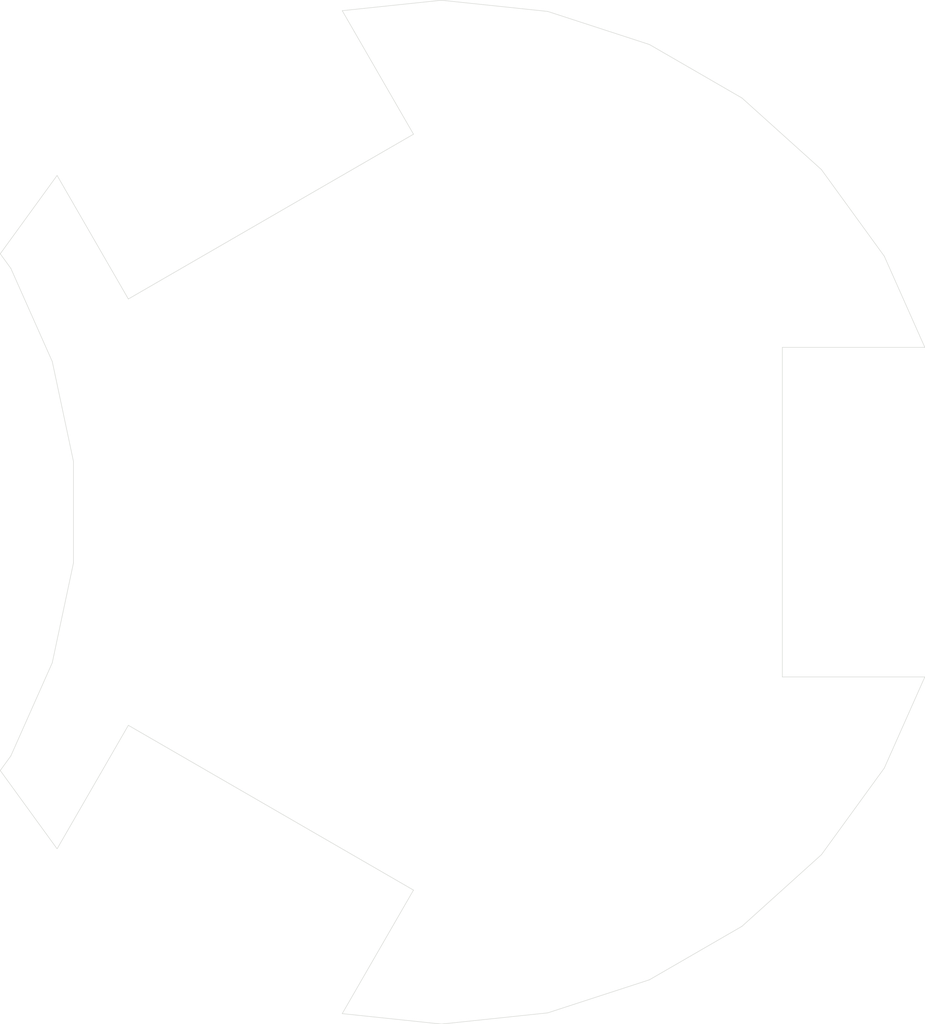
<source format=kicad_pcb>
(kicad_pcb (version 20221018) (generator pcbnew)

  (general
    (thickness 1.6)
  )

  (paper "A4")
  (layers
    (0 "F.Cu" signal)
    (31 "B.Cu" signal)
    (32 "B.Adhes" user "B.Adhesive")
    (33 "F.Adhes" user "F.Adhesive")
    (34 "B.Paste" user)
    (35 "F.Paste" user)
    (36 "B.SilkS" user "B.Silkscreen")
    (37 "F.SilkS" user "F.Silkscreen")
    (38 "B.Mask" user)
    (39 "F.Mask" user)
    (40 "Dwgs.User" user "User.Drawings")
    (41 "Cmts.User" user "User.Comments")
    (42 "Eco1.User" user "User.Eco1")
    (43 "Eco2.User" user "User.Eco2")
    (44 "Edge.Cuts" user)
    (45 "Margin" user)
    (46 "B.CrtYd" user "B.Courtyard")
    (47 "F.CrtYd" user "F.Courtyard")
    (48 "B.Fab" user)
    (49 "F.Fab" user)
  )

  (setup
    (pad_to_mask_clearance 0.2)
    (grid_origin 150.01875 104.775)
    (pcbplotparams
      (layerselection 0x0000030_80000001)
      (plot_on_all_layers_selection 0x0000000_00000000)
      (disableapertmacros false)
      (usegerberextensions false)
      (usegerberattributes true)
      (usegerberadvancedattributes true)
      (creategerberjobfile true)
      (dashed_line_dash_ratio 12.000000)
      (dashed_line_gap_ratio 3.000000)
      (svgprecision 4)
      (plotframeref false)
      (viasonmask false)
      (mode 1)
      (useauxorigin false)
      (hpglpennumber 1)
      (hpglpenspeed 20)
      (hpglpendiameter 15.000000)
      (dxfpolygonmode true)
      (dxfimperialunits true)
      (dxfusepcbnewfont true)
      (psnegative false)
      (psa4output false)
      (plotreference true)
      (plotvalue true)
      (plotinvisibletext false)
      (sketchpadsonfab false)
      (subtractmaskfromsilk false)
      (outputformat 1)
      (mirror false)
      (drillshape 1)
      (scaleselection 1)
      (outputdirectory "")
    )
  )

  (net 0 "")

  (gr_line (start 98.017302 148.093416) (end 98.017574 146.343888)
    (stroke (width 0.1) (type solid)) (layer "Dwgs.User") (tstamp 00b083b7-7458-476b-af33-084fc3bb01aa))
  (gr_line (start 101.049201 63.206819) (end 99.533656 64.081819)
    (stroke (width 0.1) (type solid)) (layer "Dwgs.User") (tstamp 01afd06d-9503-49ee-a962-1a1ffc9515b9))
  (gr_line (start 240.951667 52.275) (end 249.277373 70.975545)
    (stroke (width 0.1) (type solid)) (layer "Dwgs.User") (tstamp 03816002-6576-4a73-851f-c8999e84898a))
  (gr_line (start 138.504799 41.581819) (end 136.989027 40.706425)
    (stroke (width 0.1) (type solid)) (layer "Dwgs.User") (tstamp 04a1e1c5-5772-405c-944e-a311febb6ab0))
  (gr_line (start 171.849574 207.480663) (end 150.019166 209.775288)
    (stroke (width 0.1) (type solid)) (layer "Dwgs.User") (tstamp 0582ee63-bf14-4cd5-89f4-08e25801e8bd))
  (gr_line (start 85.746979 148.496594) (end 71.118627 173.835545)
    (stroke (width 0.1) (type solid)) (layer "Dwgs.User") (tstamp 064823ed-e037-4b69-b423-c8cb5ceec7b4))
  (gr_line (start 198.143121 19.568423) (end 199.748427 20.494893)
    (stroke (width 0.1) (type solid)) (layer "Dwgs.User") (tstamp 06888b4e-4cbc-4f34-a6b4-824eec37bd26))
  (gr_line (start 98.017656 61.45603) (end 99.533201 60.58103)
    (stroke (width 0.1) (type solid)) (layer "Dwgs.User") (tstamp 07b46343-8ec1-42ad-9c37-946ae2358454))
  (gr_line (start 196.298656 189.787716) (end 194.920924 188.547413)
    (stroke (width 0.1) (type solid)) (layer "Dwgs.User") (tstamp 08679391-9aed-4c11-9a01-95cfc55f97d2))
  (gr_line (start 98.017574 146.343888) (end 99.533118 145.468888)
    (stroke (width 0.1) (type solid)) (layer "Dwgs.User") (tstamp 089c7867-ec13-4000-ba72-4d9d943084c8))
  (gr_line (start 156.770344 69.718671) (end 155.254799 70.593671)
    (stroke (width 0.1) (type solid)) (layer "Dwgs.User") (tstamp 08bd2019-4e10-4f7d-8699-1c291a9b6613))
  (gr_line (start 82.165779 105.701775) (end 82.166085 103.848304)
    (stroke (width 0.1) (type solid)) (layer "Dwgs.User") (tstamp 08bfda4b-3ec6-4829-9948-793b04367837))
  (gr_line (start 153.739027 69.718276) (end 153.738799 67.967881)
    (stroke (width 0.1) (type solid)) (layer "Dwgs.User") (tstamp 0b6599ce-ec70-4ade-bbf3-679db9550314))
  (gr_line (start 98.017574 146.343888) (end 101.048618 148.093811)
    (stroke (width 0.1) (type solid)) (layer "Dwgs.User") (tstamp 0bc6dfe0-2f5c-4f79-b54d-bc5a8ab89137))
  (gr_line (start 178.519297 80.524962) (end 178.519253 84.024885)
    (stroke (width 0.1) (type solid)) (layer "Dwgs.User") (tstamp 0ea68ded-aea0-488b-a4e6-1b2a654b688d))
  (gr_line (start 140.01969 170.593687) (end 138.504146 171.468687)
    (stroke (width 0.1) (type solid)) (layer "Dwgs.User") (tstamp 1051d90d-5baa-4fcd-9081-86ed4c87aed0))
  (gr_line (start 178.519225 125.524839) (end 178.519181 129.024762)
    (stroke (width 0.1) (type solid)) (layer "Dwgs.User") (tstamp 10e84faa-e745-4bc5-8531-59ed2e018348))
  (gr_line (start 155.254319 138.956839) (end 156.770091 139.832233)
    (stroke (width 0.1) (type solid)) (layer "Dwgs.User") (tstamp 13bfd83a-325d-483b-a0f4-4a2332ec742a))
  (gr_line (start 178.519181 129.024762) (end 177.003909 128.150233)
    (stroke (width 0.1) (type solid)) (layer "Dwgs.User") (tstamp 17587389-bbab-4aa8-b079-968b3d450c0a))
  (gr_line (start 180.034683 82.274688) (end 177.003616 82.274727)
    (stroke (width 0.1) (type solid)) (layer "Dwgs.User") (tstamp 1cc540ff-da60-4966-894a-d5af98b99b28))
  (gr_line (start 139.26223 38.518728) (end 137.746913 41.144122)
    (stroke (width 0.1) (type solid)) (layer "Dwgs.User") (tstamp 1ef717b5-8f15-48f4-bc39-9afd9724047f))
  (gr_line (start 98.017884 63.206425) (end 98.017656 61.45603)
    (stroke (width 0.1) (type solid)) (layer "Dwgs.User") (tstamp 1ef7c457-bf51-4fbf-a4f4-66277624724d))
  (gr_line (start 177.003681 126.399839) (end 178.519225 125.524839)
    (stroke (width 0.1) (type solid)) (layer "Dwgs.User") (tstamp 1f917191-1dca-473b-b6b3-b8ffa0e36c3d))
  (gr_line (start 156.770116 67.968276) (end 156.770344 69.718671)
    (stroke (width 0.1) (type solid)) (layer "Dwgs.User") (tstamp 1fca291a-0be1-4f60-8df5-009beb9838da))
  (gr_line (start 86.78263 107.202394) (end 85.01866 107.775108)
    (stroke (width 0.1) (type solid)) (layer "Dwgs.User") (tstamp 1ff9ed31-749f-4a34-ba4f-9aa60f1741bb))
  (gr_line (start 153.738799 67.967881) (end 156.770344 69.718671)
    (stroke (width 0.1) (type solid)) (layer "Dwgs.User") (tstamp 2092739f-a845-40c2-b001-03dadfff5f9e))
  (gr_line (start 210.503882 81.399888) (end 212.019426 80.524888)
    (stroke (width 0.1) (type solid)) (layer "Dwgs.User") (tstamp 21592c3d-adc1-48e5-a732-053392cd04e2))
  (gr_line (start 116.283656 93.093671) (end 114.767884 92.218276)
    (stroke (width 0.1) (type solid)) (layer "Dwgs.User") (tstamp 217799e7-25c2-43e5-b999-5f29f9a4208b))
  (gr_line (start 177.003753 81.399962) (end 178.519297 80.524962)
    (stroke (width 0.1) (type solid)) (layer "Dwgs.User") (tstamp 22a10e40-335b-4437-a7f0-6f140049fee7))
  (gr_line (start 213.534854 128.149687) (end 212.01931 129.024687)
    (stroke (width 0.1) (type solid)) (layer "Dwgs.User") (tstamp 23e3ca74-2b9d-4c3c-9ea0-bab26a99db60))
  (gr_line (start 153.738799 67.967881) (end 155.254344 67.092881)
    (stroke (width 0.1) (type solid)) (layer "Dwgs.User") (tstamp 25f7ea2a-20c8-4f40-8884-5d0590c86fa8))
  (gr_line (start 210.504038 128.150159) (end 210.50381 126.399764)
    (stroke (width 0.1) (type solid)) (layer "Dwgs.User") (tstamp 29734117-a631-4ef0-ae52-44ba7f38bbb1))
  (gr_line (start 129.661786 207.63527) (end 144.290637 182.297185)
    (stroke (width 0.1) (type solid)) (layer "Dwgs.User") (tstamp 2a5587ce-f1ef-47b2-9177-3eaaaeed0963))
  (gr_line (start 117.798747 119.081885) (end 116.283203 119.956885)
    (stroke (width 0.1) (type solid)) (layer "Dwgs.User") (tstamp 2bbe7d02-46d7-4ab8-8d7b-0c2f7e99b85e))
  (gr_line (start 116.283201 89.592881) (end 117.798973 90.468276)
    (stroke (width 0.1) (type solid)) (layer "Dwgs.User") (tstamp 2c9d99b4-63ff-40ab-b55e-0681a771a8ed))
  (gr_line (start 85.01866 107.775108) (end 83.255788 107.201725)
    (stroke (width 0.1) (type solid)) (layer "Dwgs.User") (tstamp 2dfd7160-bf65-41e1-ac40-4f1a1ac81a21))
  (gr_line (start 194.920604 21.002859) (end 196.298574 19.761574)
    (stroke (width 0.1) (type solid)) (layer "Dwgs.User") (tstamp 2f9d91f1-175b-4011-951c-555022169af3))
  (gr_line (start 136.988799 38.95603) (end 140.020344 40.706819)
    (stroke (width 0.1) (type solid)) (layer "Dwgs.User") (tstamp 31f28906-d2d2-46b0-b758-7698047f0b83))
  (gr_line (start 195.289723 24.510193) (end 194.535732 22.816242)
    (stroke (width 0.1) (type solid)) (layer "Dwgs.User") (tstamp 345fb64b-9d48-49c3-9eee-0b5dc0a78bba))
  (gr_line (start 249.277214 138.57527) (end 240.951834 157.275288)
    (stroke (width 0.1) (type solid)) (layer "Dwgs.User") (tstamp 35909125-4763-4844-85cd-6a761e65bebf))
  (gr_line (start 177.003909 128.150233) (end 177.003681 126.399839)
    (stroke (width 0.1) (type solid)) (layer "Dwgs.User") (tstamp 361c9f15-a327-4304-8729-abe425dac50f))
  (gr_line (start 138.50419 167.968764) (end 140.019962 168.844159)
    (stroke (width 0.1) (type solid)) (layer "Dwgs.User") (tstamp 3627cf78-b85f-427d-b0c7-b08b8c0bdd04))
  (gr_line (start 117.040884 116.894227) (end 115.525317 119.519188)
    (stroke (width 0.1) (type solid)) (layer "Dwgs.User") (tstamp 375c3555-2d1c-4878-ad68-9772f440ffd3))
  (gr_line (start 114.767703 117.331962) (end 116.283247 116.456962)
    (stroke (width 0.1) (type solid)) (layer "Dwgs.User") (tstamp 38ea3c62-3c01-474b-a6da-32046c5c11a1))
  (gr_line (start 240.951834 157.275288) (end 228.049426 175.033663)
    (stroke (width 0.1) (type solid)) (layer "Dwgs.User") (tstamp 3b9c451a-1d54-4f6a-927d-867f0091f9a0))
  (gr_line (start 220.019363 138.575185) (end 249.277214 138.57527)
    (stroke (width 0.1) (type solid)) (layer "Dwgs.User") (tstamp 3bc89f2b-4ab7-404c-825e-1ceb72a99959))
  (gr_line (start 74.471207 115.228384) (end 74.471271 94.322494)
    (stroke (width 0.1) (type solid)) (layer "Dwgs.User") (tstamp 3d30d18f-8988-4840-9c72-0245ed83e6fd))
  (gr_line (start 138.504344 38.08103) (end 140.020116 38.956425)
    (stroke (width 0.1) (type solid)) (layer "Dwgs.User") (tstamp 3f3f5d0c-5983-4b9f-ae47-ab310820740a))
  (gr_line (start 210.503609 83.149416) (end 210.503882 81.399888)
    (stroke (width 0.1) (type solid)) (layer "Dwgs.User") (tstamp 425255c5-2599-48d2-b42c-051b62a45a0b))
  (gr_line (start 117.041087 90.030579) (end 115.52577 92.655973)
    (stroke (width 0.1) (type solid)) (layer "Dwgs.User") (tstamp 43be8041-156f-4939-a431-dbd25f5edad3))
  (gr_line (start 136.989027 40.706425) (end 136.988799 38.95603)
    (stroke (width 0.1) (type solid)) (layer "Dwgs.User") (tstamp 473df5a9-4097-454a-9ac5-862ec22177d7))
  (gr_line (start 194.535656 186.734111) (end 200.502344 187.360716)
    (stroke (width 0.1) (type solid)) (layer "Dwgs.User") (tstamp 48c16289-a1d2-4c0c-9dee-e705bf4e40af))
  (gr_line (start 200.309549 23.095786) (end 194.728168 21.909551)
    (stroke (width 0.1) (type solid)) (layer "Dwgs.User") (tstamp 48db0ff2-a954-4053-babf-359e4d7aa4bb))
  (gr_line (start 178.519225 125.524839) (end 180.034998 126.400233)
    (stroke (width 0.1) (type solid)) (layer "Dwgs.User") (tstamp 48e6898c-5715-4c8e-959e-72331dabcdda))
  (gr_line (start 155.254275 142.456762) (end 153.739002 141.582233)
    (stroke (width 0.1) (type solid)) (layer "Dwgs.User") (tstamp 48f1e905-1680-4994-9ba5-c415b2b3630f))
  (gr_line (start 156.012205 139.394536) (end 154.496638 142.019497)
    (stroke (width 0.1) (type solid)) (layer "Dwgs.User") (tstamp 4a2340e7-0f0a-434e-98da-30745c7c9fcc))
  (gr_line (start 136.988873 170.594159) (end 136.988646 168.843764)
    (stroke (width 0.1) (type solid)) (layer "Dwgs.User") (tstamp 4ae909c5-bb56-4641-ab4a-194d4a31624f))
  (gr_line (start 178.519297 80.524962) (end 180.034569 81.399491)
    (stroke (width 0.1) (type solid)) (layer "Dwgs.User") (tstamp 4b2869c5-ea32-433f-bab3-8fd07bcc9142))
  (gr_line (start 99.533656 64.081819) (end 98.017884 63.206425)
    (stroke (width 0.1) (type solid)) (layer "Dwgs.User") (tstamp 4b824f59-31dd-487d-8cea-e63cb1ccaac4))
  (gr_line (start 198.142694 189.981684) (end 196.298656 189.787716)
    (stroke (width 0.1) (type solid)) (layer "Dwgs.User") (tstamp 4c4a1001-d4a2-4abb-bb5f-b5df8dc06021))
  (gr_line (start 212.019426 80.524888) (end 213.534698 81.399416)
    (stroke (width 0.1) (type solid)) (layer "Dwgs.User") (tstamp 4dcc1be3-39ed-454b-90b6-20150f1b8ea8))
  (gr_line (start 180.034569 81.399491) (end 180.034797 83.149885)
    (stroke (width 0.1) (type solid)) (layer "Dwgs.User") (tstamp 50db9cdd-6d36-4329-b4b0-e6e0921dbbe0))
  (gr_line (start 138.50419 167.968764) (end 138.504146 171.468687)
    (stroke (width 0.1) (type solid)) (layer "Dwgs.User") (tstamp 54c07b29-003f-4562-ad38-76700c040d53))
  (gr_line (start 198.739344 184.307111) (end 200.117076 185.547413)
    (stroke (width 0.1) (type solid)) (layer "Dwgs.User") (tstamp 550e1cd9-1918-457a-a90d-057608c5fd0f))
  (gr_line (start 70.124744 135.676089) (end 74.471207 115.228384)
    (stroke (width 0.1) (type solid)) (layer "Dwgs.User") (tstamp 5515fb3b-44ea-42d2-b4e8-2b316ff704b7))
  (gr_line (start 114.767884 92.218276) (end 114.767656 90.467881)
    (stroke (width 0.1) (type solid)) (layer "Dwgs.User") (tstamp 55d0360a-9dd5-4f17-91b5-b6b1f21774a8))
  (gr_line (start 71.118341 35.71505) (end 85.747341 61.053222)
    (stroke (width 0.1) (type solid)) (layer "Dwgs.User") (tstamp 5895752a-0542-4464-8167-07faeb64e435))
  (gr_line (start 114.767431 119.081491) (end 114.767703 117.331962)
    (stroke (width 0.1) (type solid)) (layer "Dwgs.User") (tstamp 5a2e01e1-f097-4a42-a457-d3a698023808))
  (gr_line (start 150.018834 -0.225288) (end 171.850079 2.069538)
    (stroke (width 0.1) (type solid)) (layer "Dwgs.User") (tstamp 5c51991d-13bd-4000-94f9-c86e55ae05b2))
  (gr_line (start 61.621926 54.774777) (end 59.446275 51.780438)
    (stroke (width 0.1) (type solid)) (layer "Dwgs.User") (tstamp 5d4ae736-2d2e-4fe1-94d7-85cc6f668cb1))
  (gr_line (start 129.661659 1.91505) (end 150.018834 -0.225288)
    (stroke (width 0.1) (type solid)) (layer "Dwgs.User") (tstamp 5de8b0fc-9308-4d94-9ca1-b956c322eedd))
  (gr_line (start 140.019826 169.718923) (end 136.988759 169.718961)
    (stroke (width 0.1) (type solid)) (layer "Dwgs.User") (tstamp 5f66d835-83d4-4ecf-956b-10d8a654df45))
  (gr_line (start 99.533074 148.968811) (end 98.017302 148.093416)
    (stroke (width 0.1) (type solid)) (layer "Dwgs.User") (tstamp 61dab055-6ddb-4bbf-9b65-64a54b4019f7))
  (gr_line (start 136.988799 38.95603) (end 138.504344 38.08103)
    (stroke (width 0.1) (type solid)) (layer "Dwgs.User") (tstamp 625ab068-d735-469c-8d7d-76cb43a7a755))
  (gr_line (start 200.11668 24.002727) (end 198.739576 25.243513)
    (stroke (width 0.1) (type solid)) (layer "Dwgs.User") (tstamp 62dcb877-bebf-490c-92c8-c41e191c13d4))
  (gr_line (start 74.471271 94.322494) (end 70.124295 73.873311)
    (stroke (width 0.1) (type solid)) (layer "Dwgs.User") (tstamp 65036f20-c188-481a-bd48-635d7d164bd5))
  (gr_line (start 101.048618 148.093811) (end 99.533074 148.968811)
    (stroke (width 0.1) (type solid)) (layer "Dwgs.User") (tstamp 6666fd40-1250-4e1b-baac-9b5d8d8f8138))
  (gr_line (start 100.291087 61.018728) (end 98.77577 63.644122)
    (stroke (width 0.1) (type solid)) (layer "Dwgs.User") (tstamp 68644e73-965e-4efb-abb2-8b3b147b3aa2))
  (gr_line (start 199.748427 20.494893) (end 200.502418 22.188844)
    (stroke (width 0.1) (type solid)) (layer "Dwgs.User") (tstamp 68733967-7eba-4636-9289-daa3fceddf9c))
  (gr_line (start 61.622156 154.775175) (end 70.124744 135.676089)
    (stroke (width 0.1) (type solid)) (layer "Dwgs.User") (tstamp 69c489ac-96ec-4f80-9d72-d70906e4d885))
  (gr_line (start 98.017656 61.45603) (end 101.049201 63.206819)
    (stroke (width 0.1) (type solid)) (layer "Dwgs.User") (tstamp 6ad3e7e9-0f38-495c-99ec-92a26b9472e1))
  (gr_line (start 212.01931 129.024687) (end 210.504038 128.150159)
    (stroke (width 0.1) (type solid)) (layer "Dwgs.User") (tstamp 6bf3be28-286e-4288-a458-4ef5bfb67c78))
  (gr_line (start 213.534926 83.149811) (end 212.019382 84.024811)
    (stroke (width 0.1) (type solid)) (layer "Dwgs.User") (tstamp 6bfab50c-069f-41c2-97ec-a7c1c2e8a602))
  (gr_line (start 116.283203 119.956885) (end 114.767431 119.081491)
    (stroke (width 0.1) (type solid)) (layer "Dwgs.User") (tstamp 6e534e80-a99c-4cb9-8c68-563283ee09b7))
  (gr_line (start 136.988646 168.843764) (end 138.50419 167.968764)
    (stroke (width 0.1) (type solid)) (layer "Dwgs.User") (tstamp 6fd0ee31-bcb5-4fd9-8c58-c7af79cb483a))
  (gr_line (start 99.533201 60.58103) (end 101.048973 61.456425)
    (stroke (width 0.1) (type solid)) (layer "Dwgs.User") (tstamp 702a34b4-abc6-4e29-93bb-b9d7976d2d2f))
  (gr_line (start 100.290755 145.906152) (end 98.775188 148.531114)
    (stroke (width 0.1) (type solid)) (layer "Dwgs.User") (tstamp 7528db3c-1d4a-4dde-9a99-aae0c9a9e0d4))
  (gr_line (start 144.290637 182.297185) (end 85.746979 148.496594)
    (stroke (width 0.1) (type solid)) (layer "Dwgs.User") (tstamp 7717bad1-4116-4ea3-9c8b-769243353f35))
  (gr_line (start 85.018736 101.77524) (end 85.01866 107.775108)
    (stroke (width 0.1) (type solid)) (layer "Dwgs.User") (tstamp 79eb43fb-b0e3-4cb1-bc98-2130b8f38a53))
  (gr_line (start 59.445758 157.769543) (end 61.622156 154.775175)
    (stroke (width 0.1) (type solid)) (layer "Dwgs.User") (tstamp 7ca45dae-74a0-49f9-bff5-c7ec4dc04490))
  (gr_line (start 194.535656 186.734111) (end 195.289694 185.040143)
    (stroke (width 0.1) (type solid)) (layer "Dwgs.User") (tstamp 7db84368-86ab-4e4e-b675-12c5dd246bbe))
  (gr_line (start 85.018736 101.77524) (end 86.782474 102.348123)
    (stroke (width 0.1) (type solid)) (layer "Dwgs.User") (tstamp 7e8db2e5-7090-4f7e-9bb1-26f5776b918f))
  (gr_line (start 200.502344 187.360716) (end 199.748306 189.054684)
    (stroke (width 0.1) (type solid)) (layer "Dwgs.User") (tstamp 7ff230ea-dc54-4d00-83ed-fd33059737e0))
  (gr_line (start 85.747341 61.053222) (end 144.290659 27.253222)
    (stroke (width 0.1) (type solid)) (layer "Dwgs.User") (tstamp 80fac256-b761-46aa-8029-e354ea6caa8b))
  (gr_line (start 140.020116 38.956425) (end 140.020344 40.706819)
    (stroke (width 0.1) (type solid)) (layer "Dwgs.User") (tstamp 81edd97d-7b4e-4fab-8e3f-af129c9f0b87))
  (gr_line (start 177.00348 83.149491) (end 177.003753 81.399962)
    (stroke (width 0.1) (type solid)) (layer "Dwgs.User") (tstamp 8600eecb-d6b0-4c48-8518-3ff1228f151a))
  (gr_line (start 71.118627 173.835545) (end 59.445758 157.769543)
    (stroke (width 0.1) (type solid)) (layer "Dwgs.User") (tstamp 86997834-d27a-4334-900a-7f68522ef4b4))
  (gr_line (start 82.165932 104.775039) (end 87.87233 104.77481)
    (stroke (width 0.1) (type solid)) (layer "Dwgs.User") (tstamp 8726e14c-0511-4f3f-abf5-555e5345fb10))
  (gr_line (start 192.726871 200.697203) (end 171.849574 207.480663)
    (stroke (width 0.1) (type solid)) (layer "Dwgs.User") (tstamp 877d5c29-3538-4fdb-8103-30e4f61a8022))
  (gr_line (start 212.019426 80.524888) (end 212.019382 84.024811)
    (stroke (width 0.1) (type solid)) (layer "Dwgs.User") (tstamp 8ba8aebb-9c1e-46b0-b859-397364fa0d33))
  (gr_line (start 59.446275 51.780438) (end 71.118341 35.71505)
    (stroke (width 0.1) (type solid)) (layer "Dwgs.User") (tstamp 8ea6a399-4eea-41e2-9a68-8ff2f434f8ba))
  (gr_line (start 87.872177 105.701545) (end 86.78263 107.202394)
    (stroke (width 0.1) (type solid)) (layer "Dwgs.User") (tstamp 8ef9cd71-c60b-498e-af60-5a93a59ad374))
  (gr_line (start 156.770091 139.832233) (end 156.769819 141.581762)
    (stroke (width 0.1) (type solid)) (layer "Dwgs.User") (tstamp 91eb8573-d75d-41d1-bdda-3d1e8cee9149))
  (gr_line (start 83.255632 102.347455) (end 85.018736 101.77524)
    (stroke (width 0.1) (type solid)) (layer "Dwgs.User") (tstamp 93cbafa0-1fa6-4cc4-a567-b19b43c5b4ed))
  (gr_line (start 140.019962 168.844159) (end 140.01969 170.593687)
    (stroke (width 0.1) (type solid)) (layer "Dwgs.User") (tstamp 93ec704d-a1c3-47f1-811c-5cd09968740b))
  (gr_line (start 196.895029 25.436664) (end 195.289723 24.510193)
    (stroke (width 0.1) (type solid)) (layer "Dwgs.User") (tstamp 93ef3cf8-9bbe-4be5-a20c-9cca97c1cc47))
  (gr_line (start 114.767656 90.467881) (end 117.799201 92.218671)
    (stroke (width 0.1) (type solid)) (layer "Dwgs.User") (tstamp 957e887e-de15-4462-b699-dc6f24e65956))
  (gr_line (start 211.736389 19.828653) (end 228.048639 34.516299)
    (stroke (width 0.1) (type solid)) (layer "Dwgs.User") (tstamp 96e483b0-5206-4e86-9804-f327b87075b5))
  (gr_line (start 194.535732 22.816242) (end 194.920604 21.002859)
    (stroke (width 0.1) (type solid)) (layer "Dwgs.User") (tstamp 997a1f5a-c8ce-4e6b-ad26-25134d19262b))
  (gr_line (start 220.019021 70.974594) (end 220.019363 138.575185)
    (stroke (width 0.1) (type solid)) (layer "Dwgs.User") (tstamp 9ab464b8-6af0-4116-86bc-9c65b4e00b81))
  (gr_line (start 156.769819 141.581762) (end 155.254275 142.456762)
    (stroke (width 0.1) (type solid)) (layer "Dwgs.User") (tstamp 9cfb6717-2e1b-4e80-b55f-9f47bf4f4ff8))
  (gr_line (start 140.020344 40.706819) (end 138.504799 41.581819)
    (stroke (width 0.1) (type solid)) (layer "Dwgs.User") (tstamp 9d51f2d0-9b36-44f4-89d9-ee84581c9020))
  (gr_line (start 144.290659 27.253222) (end 129.661659 1.91505)
    (stroke (width 0.1) (type solid)) (layer "Dwgs.User") (tstamp a17ec49f-c47f-47f0-9f81-bd163a66f9ba))
  (gr_line (start 197.817325 184.210127) (end 197.220675 189.8847)
    (stroke (width 0.1) (type solid)) (layer "Dwgs.User") (tstamp a1d48a04-0d88-4007-bab2-66969a830611))
  (gr_line (start 82.166085 103.848304) (end 83.255632 102.347455)
    (stroke (width 0.1) (type solid)) (layer "Dwgs.User") (tstamp a1e14af2-ed05-4baa-b162-e38603195911))
  (gr_line (start 117.798747 119.081885) (end 114.767703 117.331962)
    (stroke (width 0.1) (type solid)) (layer "Dwgs.User") (tstamp a2a9484d-3360-4b29-9a92-a4fee6ca6f05))
  (gr_line (start 150.019166 209.775288) (end 129.661786 207.63527)
    (stroke (width 0.1) (type solid)) (layer "Dwgs.User") (tstamp a4878de8-0180-4aa9-bc88-db16d14d6b2e))
  (gr_line (start 156.01223 67.530579) (end 154.496913 70.155973)
    (stroke (width 0.1) (type solid)) (layer "Dwgs.User") (tstamp a54f3ff6-8912-41dd-879f-3de4d824534c))
  (gr_line (start 210.503924 127.274961) (end 213.534991 127.274923)
    (stroke (width 0.1) (type solid)) (layer "Dwgs.User") (tstamp a6b30f85-dfba-42dd-9055-7bc42e1f869e))
  (gr_line (start 178.519253 84.024885) (end 177.00348 83.149491)
    (stroke (width 0.1) (type solid)) (layer "Dwgs.User") (tstamp a7f90c72-62f4-45a2-a46b-fa90bad3e32c))
  (gr_line (start 180.034725 128.149762) (end 178.519181 129.024762)
    (stroke (width 0.1) (type solid)) (layer "Dwgs.User") (tstamp ac6a8e12-1fa2-4626-8542-9b722cdcf9a6))
  (gr_line (start 86.782474 102.348123) (end 87.872483 103.848074)
    (stroke (width 0.1) (type solid)) (layer "Dwgs.User") (tstamp b33a6ca6-7141-4eea-bcfa-7b37605df281))
  (gr_line (start 117.799201 92.218671) (end 116.283656 93.093671)
    (stroke (width 0.1) (type solid)) (layer "Dwgs.User") (tstamp b35c86f6-5f97-4bef-846b-8e0e0ed51d0b))
  (gr_line (start 101.048391 146.343416) (end 101.048618 148.093811)
    (stroke (width 0.1) (type solid)) (layer "Dwgs.User") (tstamp b7efed38-3407-4b5b-9ca0-fcdbe3168f98))
  (gr_line (start 83.255788 107.201725) (end 82.165779 105.701775)
    (stroke (width 0.1) (type solid)) (layer "Dwgs.User") (tstamp b8846122-b153-46d3-af47-f980e2014c9b))
  (gr_line (start 211.736129 189.722203) (end 192.726871 200.697203)
    (stroke (width 0.1) (type solid)) (layer "Dwgs.User") (tstamp baf63354-d188-469d-a576-f197de72c4a2))
  (gr_line (start 155.254344 67.092881) (end 156.770116 67.968276)
    (stroke (width 0.1) (type solid)) (layer "Dwgs.User") (tstamp bba22356-585e-4c33-8a05-816b2e7fe7ba))
  (gr_line (start 153.738775 139.831839) (end 155.254319 138.956839)
    (stroke (width 0.1) (type solid)) (layer "Dwgs.User") (tstamp be9fc76b-e7ec-478f-94be-0f912d933099))
  (gr_line (start 200.502418 22.188844) (end 200.11668 24.002727)
    (stroke (width 0.1) (type solid)) (layer "Dwgs.User") (tstamp bf74e0cb-7ac0-4247-a3fb-d8686d45a34b))
  (gr_line (start 228.048639 34.516299) (end 240.951667 52.275)
    (stroke (width 0.1) (type solid)) (layer "Dwgs.User") (tstamp bfcaf8fb-667e-4105-b029-a40d9902ffc4))
  (gr_line (start 212.019354 125.524764) (end 213.535127 126.400159)
    (stroke (width 0.1) (type solid)) (layer "Dwgs.User") (tstamp c0f1ad53-875a-4cda-9af5-f7861966c6cf))
  (gr_line (start 153.739002 141.582233) (end 153.738775 139.831839)
    (stroke (width 0.1) (type solid)) (layer "Dwgs.User") (tstamp c30e61cc-808e-4449-9184-d4537cf6be6e))
  (gr_line (start 199.748306 189.054684) (end 198.142694 189.981684)
    (stroke (width 0.1) (type solid)) (layer "Dwgs.User") (tstamp c4ccbeba-6753-4481-9c9d-06937794ae89))
  (gr_line (start 116.283247 116.456962) (end 117.79852 117.331491)
    (stroke (width 0.1) (type solid)) (layer "Dwgs.User") (tstamp c69013da-bfcb-4ea8-8a58-686c5a02b19b))
  (gr_line (start 192.72676 8.85301) (end 211.736389 19.828653)
    (stroke (width 0.1) (type solid)) (layer "Dwgs.User") (tstamp c90e40c8-3897-4198-8050-54a7f096a3d7))
  (gr_line (start 138.504146 171.468687) (end 136.988873 170.594159)
    (stroke (width 0.1) (type solid)) (layer "Dwgs.User") (tstamp cb608f72-47f5-42a6-b470-c21d23616965))
  (gr_line (start 212.019382 84.024811) (end 210.503609 83.149416)
    (stroke (width 0.1) (type solid)) (layer "Dwgs.User") (tstamp cc111bb3-5975-4ce5-9d5b-41c8b34cce41))
  (gr_line (start 180.034998 126.400233) (end 180.034725 128.149762)
    (stroke (width 0.1) (type solid)) (layer "Dwgs.User") (tstamp ce69f808-ece3-4629-b49f-c1f093a77b0e))
  (gr_line (start 117.79852 117.331491) (end 117.798747 119.081885)
    (stroke (width 0.1) (type solid)) (layer "Dwgs.User") (tstamp cf0aff84-5206-457c-966b-de82a18c5c39))
  (gr_line (start 155.254799 70.593671) (end 153.739027 69.718276)
    (stroke (width 0.1) (type solid)) (layer "Dwgs.User") (tstamp d301a573-6600-4254-b71e-2ee3ef8a0df2))
  (gr_line (start 117.798973 90.468276) (end 117.799201 92.218671)
    (stroke (width 0.1) (type solid)) (layer "Dwgs.User") (tstamp d305aa8b-f18d-4051-a5b7-5019248f9bd4))
  (gr_line (start 153.738775 139.831839) (end 156.769819 141.581762)
    (stroke (width 0.1) (type solid)) (layer "Dwgs.User") (tstamp d3a9351f-5867-4caf-be08-3306bd67ae7f))
  (gr_line (start 196.298574 19.761574) (end 198.143121 19.568423)
    (stroke (width 0.1) (type solid)) (layer "Dwgs.User") (tstamp d3c61d5a-5d64-4ec4-90ee-4b0ab2914901))
  (gr_line (start 249.277373 70.975545) (end 220.019021 70.974594)
    (stroke (width 0.1) (type solid)) (layer "Dwgs.User") (tstamp d7d1c317-bfc8-4a18-a811-fd592cb187bf))
  (gr_line (start 70.124295 73.873311) (end 61.621926 54.774777)
    (stroke (width 0.1) (type solid)) (layer "Dwgs.User") (tstamp dc78578e-ae18-40ab-b8fd-d6c909861a7b))
  (gr_line (start 196.895306 184.113143) (end 198.739344 184.307111)
    (stroke (width 0.1) (type solid)) (layer "Dwgs.User") (tstamp de7a4519-7caa-4243-b2f5-eceb38c9b20f))
  (gr_line (start 198.739576 25.243513) (end 196.895029 25.436664)
    (stroke (width 0.1) (type solid)) (layer "Dwgs.User") (tstamp e03c09a0-2091-4393-a439-e82c01ac1ae4))
  (gr_line (start 194.920924 188.547413) (end 194.535656 186.734111)
    (stroke (width 0.1) (type solid)) (layer "Dwgs.User") (tstamp e131c9c1-c321-4070-a1af-488dd0d87746))
  (gr_line (start 228.049426 175.033663) (end 211.736129 189.722203)
    (stroke (width 0.1) (type solid)) (layer "Dwgs.User") (tstamp e214a5d8-e8e0-4865-adc5-a8b79c255ca2))
  (gr_line (start 212.019354 125.524764) (end 212.01931 129.024687)
    (stroke (width 0.1) (type solid)) (layer "Dwgs.User") (tstamp e533ceb4-46b8-4818-8170-481eb7881d75))
  (gr_line (start 99.533118 145.468888) (end 101.048391 146.343416)
    (stroke (width 0.1) (type solid)) (layer "Dwgs.User") (tstamp e6352a40-7d9d-4f91-b571-ac9c98fce934))
  (gr_line (start 213.534698 81.399416) (end 213.534926 83.149811)
    (stroke (width 0.1) (type solid)) (layer "Dwgs.User") (tstamp e889d990-864e-4557-9e01-ce38b5b22afe))
  (gr_line (start 198.143121 19.568423) (end 196.895029 25.436664)
    (stroke (width 0.1) (type solid)) (layer "Dwgs.User") (tstamp eb263e4a-99f1-48b3-995b-2b5e3d47f864))
  (gr_line (start 213.534812 82.274614) (end 210.503745 82.274652)
    (stroke (width 0.1) (type solid)) (layer "Dwgs.User") (tstamp eb3174f7-3f0a-4747-a3e5-b0d915406836))
  (gr_line (start 101.048973 61.456425) (end 101.049201 63.206819)
    (stroke (width 0.1) (type solid)) (layer "Dwgs.User") (tstamp eccd2f7a-e313-42a9-a224-218187c0b8cb))
  (gr_line (start 180.034797 83.149885) (end 178.519253 84.024885)
    (stroke (width 0.1) (type solid)) (layer "Dwgs.User") (tstamp ef3ce9df-343c-460f-9207-006ec3eb7626))
  (gr_line (start 200.117076 185.547413) (end 200.502344 187.360716)
    (stroke (width 0.1) (type solid)) (layer "Dwgs.User") (tstamp f3027a9f-5a0a-4c37-88c4-a78cd119f5d1))
  (gr_line (start 213.535127 126.400159) (end 213.534854 128.149687)
    (stroke (width 0.1) (type solid)) (layer "Dwgs.User") (tstamp f4194c34-58dd-4a56-b711-1dedadf94738))
  (gr_line (start 195.289694 185.040143) (end 196.895306 184.113143)
    (stroke (width 0.1) (type solid)) (layer "Dwgs.User") (tstamp f5ccc02d-e9ee-4621-a311-1cf03abd9a6e))
  (gr_line (start 210.50381 126.399764) (end 212.019354 125.524764)
    (stroke (width 0.1) (type solid)) (layer "Dwgs.User") (tstamp f64b161e-194d-49f1-9463-7eab3fafc0d6))
  (gr_line (start 114.767656 90.467881) (end 116.283201 89.592881)
    (stroke (width 0.1) (type solid)) (layer "Dwgs.User") (tstamp fc8c7cf0-bc82-4bb8-8c90-c436ebfe63c6))
  (gr_line (start 180.034862 127.274997) (end 177.003795 127.275036)
    (stroke (width 0.1) (type solid)) (layer "Dwgs.User") (tstamp fd001586-3f21-44d4-a433-0d701147565d))
  (gr_line (start 171.850079 2.069538) (end 192.72676 8.85301)
    (stroke (width 0.1) (type solid)) (layer "Dwgs.User") (tstamp fd5a0841-4c38-4c7d-9d2a-406e7d9425d5))
  (gr_line (start 87.872483 103.848074) (end 87.872177 105.701545)
    (stroke (width 0.1) (type solid)) (layer "Dwgs.User") (tstamp fd9f9649-a45f-4fda-90fa-d18159403d86))
  (gr_line (start 61.621676 54.774777) (end 59.446025 51.780438)
    (stroke (width 0.1) (type solid)) (layer "Edge.Cuts") (tstamp 1162f2aa-dd4a-4e6f-be64-fbd3400f668e))
  (gr_line (start 74.470957 115.228384) (end 74.471021 94.322494)
    (stroke (width 0.1) (type solid)) (layer "Edge.Cuts") (tstamp 296ed660-6561-413b-afbc-c0c6890e6123))
  (gr_line (start 144.290387 182.297185) (end 85.746729 148.496594)
    (stroke (width 0.1) (type solid)) (layer "Edge.Cuts") (tstamp 2b2dc10b-62bb-4050-8c2c-f563895aae17))
  (gr_line (start 211.735879 189.722203) (end 192.726621 200.697203)
    (stroke (width 0.1) (type solid)) (layer "Edge.Cuts") (tstamp 327ec31c-79c5-45f1-b803-2a8ebb357d45))
  (gr_line (start 129.661536 207.63527) (end 144.290387 182.297185)
    (stroke (width 0.1) (type solid)) (layer "Edge.Cuts") (tstamp 3a3f458e-71ba-47d2-8f41-c0a540a68a45))
  (gr_line (start 228.048389 34.516299) (end 240.951417 52.275)
    (stroke (width 0.1) (type solid)) (layer "Edge.Cuts") (tstamp 47128290-3169-41f8-b9df-7f34138ab653))
  (gr_line (start 150.018584 -0.225288) (end 171.849829 2.069538)
    (stroke (width 0.1) (type solid)) (layer "Edge.Cuts") (tstamp 49d31fac-632a-4277-bbcb-ffb9c614b647))
  (gr_line (start 85.746729 148.496594) (end 71.118377 173.835545)
    (stroke (width 0.1) (type solid)) (layer "Edge.Cuts") (tstamp 590bab51-9369-4993-a1f4-4ec5b9f63c6d))
  (gr_line (start 249.277123 70.975545) (end 220.018771 70.974594)
    (stroke (width 0.1) (type solid)) (layer "Edge.Cuts") (tstamp 595126fd-9b22-4846-8c24-3cd2f103ecad))
  (gr_line (start 171.849324 207.480663) (end 150.018916 209.775288)
    (stroke (width 0.1) (type solid)) (layer "Edge.Cuts") (tstamp 5ce760e7-f3d1-4ff7-8ea2-9b5d63f7715a))
  (gr_line (start 220.019113 138.575185) (end 249.276964 138.57527)
    (stroke (width 0.1) (type solid)) (layer "Edge.Cuts") (tstamp 6861cf15-5890-4159-ad7e-ea56ef3c614a))
  (gr_line (start 150.018916 209.775288) (end 129.661536 207.63527)
    (stroke (width 0.1) (type solid)) (layer "Edge.Cuts") (tstamp 6b411b16-acf5-435c-86b6-6891783b23bb))
  (gr_line (start 220.018771 70.974594) (end 220.019113 138.575185)
    (stroke (width 0.1) (type solid)) (layer "Edge.Cuts") (tstamp 71366c09-472e-4c58-bc9c-7896ee0f8bd0))
  (gr_line (start 70.124494 135.676089) (end 74.470957 115.228384)
    (stroke (width 0.1) (type solid)) (layer "Edge.Cuts") (tstamp 73d31bcf-a6f0-4e02-bcf0-7f5d7cea3ac8))
  (gr_line (start 192.726621 200.697203) (end 171.849324 207.480663)
    (stroke (width 0.1) (type solid)) (layer "Edge.Cuts") (tstamp 78f714e2-c406-4405-be61-afea38c38a38))
  (gr_line (start 249.276964 138.57527) (end 240.951584 157.275288)
    (stroke (width 0.1) (type solid)) (layer "Edge.Cuts") (tstamp 8207f05e-f32e-4322-987a-40a79e1fa04c))
  (gr_line (start 240.951584 157.275288) (end 228.049176 175.033663)
    (stroke (width 0.1) (type solid)) (layer "Edge.Cuts") (tstamp 866e23b5-7dd4-4bfe-8f3e-a75bc1279a2c))
  (gr_line (start 74.471021 94.322494) (end 70.124045 73.873311)
    (stroke (width 0.1) (type solid)) (layer "Edge.Cuts") (tstamp 8ade2a38-254d-4b9f-8954-6fd1f1300d7c))
  (gr_line (start 129.661409 1.91505) (end 150.018584 -0.225288)
    (stroke (width 0.1) (type solid)) (layer "Edge.Cuts") (tstamp 9768426a-156b-4ee4-9ebd-d10a71dfcd31))
  (gr_line (start 61.621906 154.775175) (end 70.124494 135.676089)
    (stroke (width 0.1) (type solid)) (layer "Edge.Cuts") (tstamp 9b8c50c8-1b2d-48c3-9832-0d0614b105f4))
  (gr_line (start 70.124045 73.873311) (end 61.621676 54.774777)
    (stroke (width 0.1) (type solid)) (layer "Edge.Cuts") (tstamp adfa2684-d897-4d96-adb1-15381b1caa20))
  (gr_line (start 240.951417 52.275) (end 249.277123 70.975545)
    (stroke (width 0.1) (type solid)) (layer "Edge.Cuts") (tstamp b447dc82-affd-4aa6-a5a8-73bdd8be32c0))
  (gr_line (start 211.736139 19.828653) (end 228.048389 34.516299)
    (stroke (width 0.1) (type solid)) (layer "Edge.Cuts") (tstamp ba502b05-9167-495a-be29-da48de98d13f))
  (gr_line (start 171.849829 2.069538) (end 192.72651 8.85301)
    (stroke (width 0.1) (type solid)) (layer "Edge.Cuts") (tstamp bbc8c9b2-49e5-42bb-b1e2-fc4948ffba18))
  (gr_line (start 228.049176 175.033663) (end 211.735879 189.722203)
    (stroke (width 0.1) (type solid)) (layer "Edge.Cuts") (tstamp bc149fa5-87e7-4acc-9dc7-e4cffe133ae4))
  (gr_line (start 144.290409 27.253222) (end 129.661409 1.91505)
    (stroke (width 0.1) (type solid)) (layer "Edge.Cuts") (tstamp c2f60f88-eb29-46da-8335-b5c8b8264073))
  (gr_line (start 59.446025 51.780438) (end 71.118091 35.71505)
    (stroke (width 0.1) (type solid)) (layer "Edge.Cuts") (tstamp c772d0b4-db97-41d5-a725-830f5c3c1b26))
  (gr_line (start 192.72651 8.85301) (end 211.736139 19.828653)
    (stroke (width 0.1) (type solid)) (layer "Edge.Cuts") (tstamp c92549b2-f157-45c2-9104-0b8de44a4279))
  (gr_line (start 59.445508 157.769543) (end 61.621906 154.775175)
    (stroke (width 0.1) (type solid)) (layer "Edge.Cuts") (tstamp cdba8f8d-f83c-4b6c-97e7-64b37c89cb91))
  (gr_line (start 71.118377 173.835545) (end 59.445508 157.769543)
    (stroke (width 0.1) (type solid)) (layer "Edge.Cuts") (tstamp d96bc6d8-d262-4d0c-a47a-a5d82a2a19b1))
  (gr_line (start 85.747091 61.053222) (end 144.290409 27.253222)
    (stroke (width 0.1) (type solid)) (layer "Edge.Cuts") (tstamp fe1f9499-713c-4c68-9fa5-3adba11c7ad7))
  (gr_line (start 71.118091 35.71505) (end 85.747091 61.053222)
    (stroke (width 0.1) (type solid)) (layer "Edge.Cuts") (tstamp ffbcade0-d44c-415a-ab40-43e3aca0c454))

)

</source>
